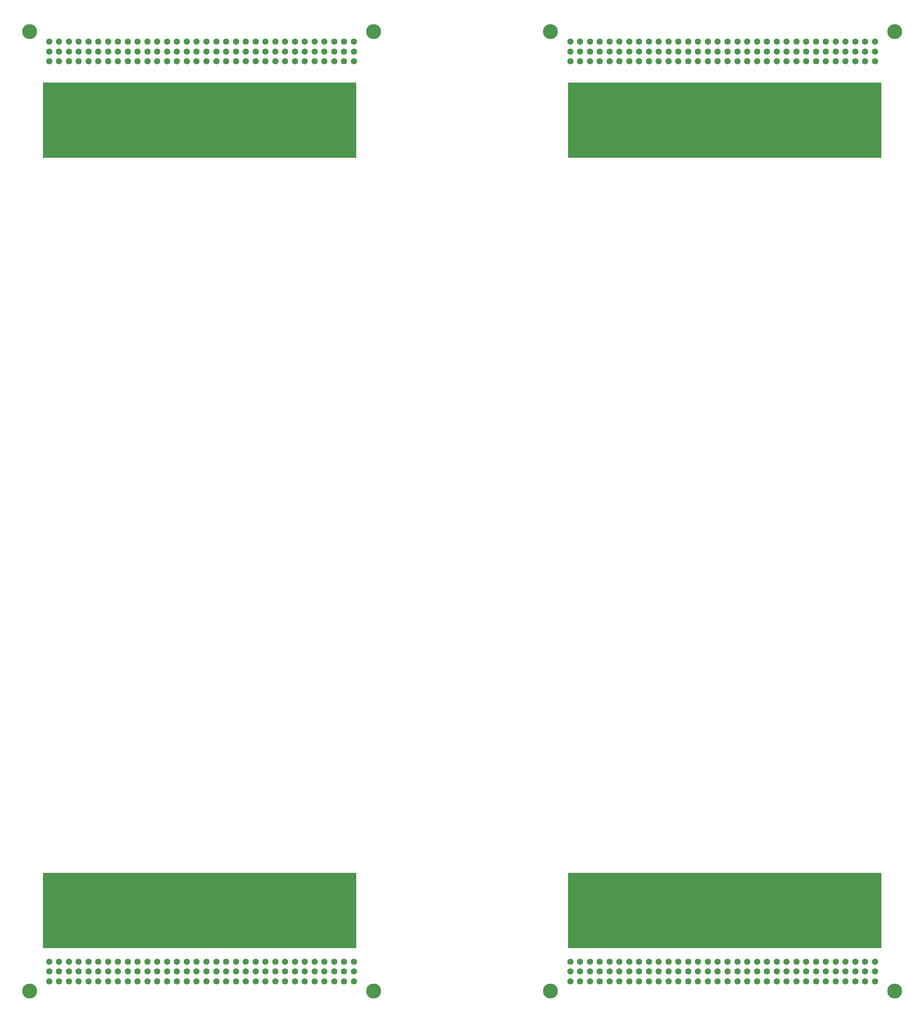
<source format=gbr>
%TF.GenerationSoftware,KiCad,Pcbnew,7.0.1*%
%TF.CreationDate,2023-10-18T00:44:07+03:00*%
%TF.ProjectId,turbo_86m_extender_board,74757262-6f5f-4383-966d-5f657874656e,rev?*%
%TF.SameCoordinates,Original*%
%TF.FileFunction,Soldermask,Top*%
%TF.FilePolarity,Negative*%
%FSLAX46Y46*%
G04 Gerber Fmt 4.6, Leading zero omitted, Abs format (unit mm)*
G04 Created by KiCad (PCBNEW 7.0.1) date 2023-10-18 00:44:07*
%MOMM*%
%LPD*%
G01*
G04 APERTURE LIST*
%ADD10C,0.150000*%
%ADD11C,3.800000*%
%ADD12C,1.600000*%
G04 APERTURE END LIST*
D10*
X9500000Y-15500000D02*
X89000000Y-15500000D01*
X89000000Y-34500000D01*
X9500000Y-34500000D01*
X9500000Y-15500000D01*
G36*
X9500000Y-15500000D02*
G01*
X89000000Y-15500000D01*
X89000000Y-34500000D01*
X9500000Y-34500000D01*
X9500000Y-15500000D01*
G37*
X143000000Y-15500000D02*
X222500000Y-15500000D01*
X222500000Y-34500000D01*
X143000000Y-34500000D01*
X143000000Y-15500000D01*
G36*
X143000000Y-15500000D02*
G01*
X222500000Y-15500000D01*
X222500000Y-34500000D01*
X143000000Y-34500000D01*
X143000000Y-15500000D01*
G37*
X143000000Y-216500000D02*
X222500000Y-216500000D01*
X222500000Y-235500000D01*
X143000000Y-235500000D01*
X143000000Y-216500000D01*
G36*
X143000000Y-216500000D02*
G01*
X222500000Y-216500000D01*
X222500000Y-235500000D01*
X143000000Y-235500000D01*
X143000000Y-216500000D01*
G37*
X9500000Y-216500000D02*
X89000000Y-216500000D01*
X89000000Y-235500000D01*
X9500000Y-235500000D01*
X9500000Y-216500000D01*
G36*
X9500000Y-216500000D02*
G01*
X89000000Y-216500000D01*
X89000000Y-235500000D01*
X9500000Y-235500000D01*
X9500000Y-216500000D01*
G37*
D11*
%TO.C,D2*%
X6000000Y-246500000D03*
X93500000Y-246500000D03*
D12*
X88500000Y-244000000D03*
X86000000Y-244000000D03*
X83500000Y-244000000D03*
X81000000Y-244000000D03*
X78500000Y-244000000D03*
X76000000Y-244000000D03*
X73500000Y-244000000D03*
X71000000Y-244000000D03*
X68500000Y-244000000D03*
X66000000Y-244000000D03*
X63500000Y-244000000D03*
X61000000Y-244000000D03*
X58500000Y-244000000D03*
X56000000Y-244000000D03*
X53500000Y-244000000D03*
X51000000Y-244000000D03*
X48500000Y-244000000D03*
X46000000Y-244000000D03*
X43500000Y-244000000D03*
X41000000Y-244000000D03*
X38500000Y-244000000D03*
X36000000Y-244000000D03*
X33500000Y-244000000D03*
X31000000Y-244000000D03*
X28500000Y-244000000D03*
X26000000Y-244000000D03*
X23500000Y-244000000D03*
X21000000Y-244000000D03*
X18500000Y-244000000D03*
X16000000Y-244000000D03*
X13500000Y-244000000D03*
X11000000Y-244000000D03*
X88500000Y-241500000D03*
X86000000Y-241500000D03*
X83500000Y-241500000D03*
X81000000Y-241500000D03*
X78500000Y-241500000D03*
X76000000Y-241500000D03*
X73500000Y-241500000D03*
X71000000Y-241500000D03*
X68500000Y-241500000D03*
X66000000Y-241500000D03*
X63500000Y-241500000D03*
X61000000Y-241500000D03*
X58500000Y-241500000D03*
X56000000Y-241500000D03*
X53500000Y-241500000D03*
X51000000Y-241500000D03*
X48500000Y-241500000D03*
X46000000Y-241500000D03*
X43500000Y-241500000D03*
X41000000Y-241500000D03*
X38500000Y-241500000D03*
X36000000Y-241500000D03*
X33500000Y-241500000D03*
X31000000Y-241500000D03*
X28500000Y-241500000D03*
X26000000Y-241500000D03*
X23500000Y-241500000D03*
X21000000Y-241500000D03*
X18500000Y-241500000D03*
X16000000Y-241500000D03*
X13500000Y-241500000D03*
X11000000Y-241500000D03*
X88500000Y-239000000D03*
X86000000Y-239000000D03*
X83500000Y-239000000D03*
X81000000Y-239000000D03*
X78500000Y-239000000D03*
X76000000Y-239000000D03*
X73500000Y-239000000D03*
X71000000Y-239000000D03*
X68500000Y-239000000D03*
X66000000Y-239000000D03*
X63500000Y-239000000D03*
X61000000Y-239000000D03*
X58500000Y-239000000D03*
X56000000Y-239000000D03*
X53500000Y-239000000D03*
X51000000Y-239000000D03*
X48500000Y-239000000D03*
X46000000Y-239000000D03*
X43500000Y-239000000D03*
X41000000Y-239000000D03*
X38500000Y-239000000D03*
X36000000Y-239000000D03*
X33500000Y-239000000D03*
X31000000Y-239000000D03*
X28500000Y-239000000D03*
X26000000Y-239000000D03*
X23500000Y-239000000D03*
X21000000Y-239000000D03*
X18500000Y-239000000D03*
X16000000Y-239000000D03*
X13500000Y-239000000D03*
X11000000Y-239000000D03*
%TD*%
D11*
%TO.C,D4*%
X138500000Y-246500000D03*
X226000000Y-246500000D03*
D12*
X221000000Y-244000000D03*
X218500000Y-244000000D03*
X216000000Y-244000000D03*
X213500000Y-244000000D03*
X211000000Y-244000000D03*
X208500000Y-244000000D03*
X206000000Y-244000000D03*
X203500000Y-244000000D03*
X201000000Y-244000000D03*
X198500000Y-244000000D03*
X196000000Y-244000000D03*
X193500000Y-244000000D03*
X191000000Y-244000000D03*
X188500000Y-244000000D03*
X186000000Y-244000000D03*
X183500000Y-244000000D03*
X181000000Y-244000000D03*
X178500000Y-244000000D03*
X176000000Y-244000000D03*
X173500000Y-244000000D03*
X171000000Y-244000000D03*
X168500000Y-244000000D03*
X166000000Y-244000000D03*
X163500000Y-244000000D03*
X161000000Y-244000000D03*
X158500000Y-244000000D03*
X156000000Y-244000000D03*
X153500000Y-244000000D03*
X151000000Y-244000000D03*
X148500000Y-244000000D03*
X146000000Y-244000000D03*
X143500000Y-244000000D03*
X221000000Y-241500000D03*
X218500000Y-241500000D03*
X216000000Y-241500000D03*
X213500000Y-241500000D03*
X211000000Y-241500000D03*
X208500000Y-241500000D03*
X206000000Y-241500000D03*
X203500000Y-241500000D03*
X201000000Y-241500000D03*
X198500000Y-241500000D03*
X196000000Y-241500000D03*
X193500000Y-241500000D03*
X191000000Y-241500000D03*
X188500000Y-241500000D03*
X186000000Y-241500000D03*
X183500000Y-241500000D03*
X181000000Y-241500000D03*
X178500000Y-241500000D03*
X176000000Y-241500000D03*
X173500000Y-241500000D03*
X171000000Y-241500000D03*
X168500000Y-241500000D03*
X166000000Y-241500000D03*
X163500000Y-241500000D03*
X161000000Y-241500000D03*
X158500000Y-241500000D03*
X156000000Y-241500000D03*
X153500000Y-241500000D03*
X151000000Y-241500000D03*
X148500000Y-241500000D03*
X146000000Y-241500000D03*
X143500000Y-241500000D03*
X221000000Y-239000000D03*
X218500000Y-239000000D03*
X216000000Y-239000000D03*
X213500000Y-239000000D03*
X211000000Y-239000000D03*
X208500000Y-239000000D03*
X206000000Y-239000000D03*
X203500000Y-239000000D03*
X201000000Y-239000000D03*
X198500000Y-239000000D03*
X196000000Y-239000000D03*
X193500000Y-239000000D03*
X191000000Y-239000000D03*
X188500000Y-239000000D03*
X186000000Y-239000000D03*
X183500000Y-239000000D03*
X181000000Y-239000000D03*
X178500000Y-239000000D03*
X176000000Y-239000000D03*
X173500000Y-239000000D03*
X171000000Y-239000000D03*
X168500000Y-239000000D03*
X166000000Y-239000000D03*
X163500000Y-239000000D03*
X161000000Y-239000000D03*
X158500000Y-239000000D03*
X156000000Y-239000000D03*
X153500000Y-239000000D03*
X151000000Y-239000000D03*
X148500000Y-239000000D03*
X146000000Y-239000000D03*
X143500000Y-239000000D03*
%TD*%
D11*
%TO.C,D1*%
X93500000Y-2500000D03*
X6000000Y-2500000D03*
D12*
X11000000Y-5000000D03*
X13500000Y-5000000D03*
X16000000Y-5000000D03*
X18500000Y-5000000D03*
X21000000Y-5000000D03*
X23500000Y-5000000D03*
X26000000Y-5000000D03*
X28500000Y-5000000D03*
X31000000Y-5000000D03*
X33500000Y-5000000D03*
X36000000Y-5000000D03*
X38500000Y-5000000D03*
X41000000Y-5000000D03*
X43500000Y-5000000D03*
X46000000Y-5000000D03*
X48500000Y-5000000D03*
X51000000Y-5000000D03*
X53500000Y-5000000D03*
X56000000Y-5000000D03*
X58500000Y-5000000D03*
X61000000Y-5000000D03*
X63500000Y-5000000D03*
X66000000Y-5000000D03*
X68500000Y-5000000D03*
X71000000Y-5000000D03*
X73500000Y-5000000D03*
X76000000Y-5000000D03*
X78500000Y-5000000D03*
X81000000Y-5000000D03*
X83500000Y-5000000D03*
X86000000Y-5000000D03*
X88500000Y-5000000D03*
X11000000Y-7500000D03*
X13500000Y-7500000D03*
X16000000Y-7500000D03*
X18500000Y-7500000D03*
X21000000Y-7500000D03*
X23500000Y-7500000D03*
X26000000Y-7500000D03*
X28500000Y-7500000D03*
X31000000Y-7500000D03*
X33500000Y-7500000D03*
X36000000Y-7500000D03*
X38500000Y-7500000D03*
X41000000Y-7500000D03*
X43500000Y-7500000D03*
X46000000Y-7500000D03*
X48500000Y-7500000D03*
X51000000Y-7500000D03*
X53500000Y-7500000D03*
X56000000Y-7500000D03*
X58500000Y-7500000D03*
X61000000Y-7500000D03*
X63500000Y-7500000D03*
X66000000Y-7500000D03*
X68500000Y-7500000D03*
X71000000Y-7500000D03*
X73500000Y-7500000D03*
X76000000Y-7500000D03*
X78500000Y-7500000D03*
X81000000Y-7500000D03*
X83500000Y-7500000D03*
X86000000Y-7500000D03*
X88500000Y-7500000D03*
X11000000Y-10000000D03*
X13500000Y-10000000D03*
X16000000Y-10000000D03*
X18500000Y-10000000D03*
X21000000Y-10000000D03*
X23500000Y-10000000D03*
X26000000Y-10000000D03*
X28500000Y-10000000D03*
X31000000Y-10000000D03*
X33500000Y-10000000D03*
X36000000Y-10000000D03*
X38500000Y-10000000D03*
X41000000Y-10000000D03*
X43500000Y-10000000D03*
X46000000Y-10000000D03*
X48500000Y-10000000D03*
X51000000Y-10000000D03*
X53500000Y-10000000D03*
X56000000Y-10000000D03*
X58500000Y-10000000D03*
X61000000Y-10000000D03*
X63500000Y-10000000D03*
X66000000Y-10000000D03*
X68500000Y-10000000D03*
X71000000Y-10000000D03*
X73500000Y-10000000D03*
X76000000Y-10000000D03*
X78500000Y-10000000D03*
X81000000Y-10000000D03*
X83500000Y-10000000D03*
X86000000Y-10000000D03*
X88500000Y-10000000D03*
%TD*%
D11*
%TO.C,D3*%
X226000000Y-2500000D03*
X138500000Y-2500000D03*
D12*
X143500000Y-5000000D03*
X146000000Y-5000000D03*
X148500000Y-5000000D03*
X151000000Y-5000000D03*
X153500000Y-5000000D03*
X156000000Y-5000000D03*
X158500000Y-5000000D03*
X161000000Y-5000000D03*
X163500000Y-5000000D03*
X166000000Y-5000000D03*
X168500000Y-5000000D03*
X171000000Y-5000000D03*
X173500000Y-5000000D03*
X176000000Y-5000000D03*
X178500000Y-5000000D03*
X181000000Y-5000000D03*
X183500000Y-5000000D03*
X186000000Y-5000000D03*
X188500000Y-5000000D03*
X191000000Y-5000000D03*
X193500000Y-5000000D03*
X196000000Y-5000000D03*
X198500000Y-5000000D03*
X201000000Y-5000000D03*
X203500000Y-5000000D03*
X206000000Y-5000000D03*
X208500000Y-5000000D03*
X211000000Y-5000000D03*
X213500000Y-5000000D03*
X216000000Y-5000000D03*
X218500000Y-5000000D03*
X221000000Y-5000000D03*
X143500000Y-7500000D03*
X146000000Y-7500000D03*
X148500000Y-7500000D03*
X151000000Y-7500000D03*
X153500000Y-7500000D03*
X156000000Y-7500000D03*
X158500000Y-7500000D03*
X161000000Y-7500000D03*
X163500000Y-7500000D03*
X166000000Y-7500000D03*
X168500000Y-7500000D03*
X171000000Y-7500000D03*
X173500000Y-7500000D03*
X176000000Y-7500000D03*
X178500000Y-7500000D03*
X181000000Y-7500000D03*
X183500000Y-7500000D03*
X186000000Y-7500000D03*
X188500000Y-7500000D03*
X191000000Y-7500000D03*
X193500000Y-7500000D03*
X196000000Y-7500000D03*
X198500000Y-7500000D03*
X201000000Y-7500000D03*
X203500000Y-7500000D03*
X206000000Y-7500000D03*
X208500000Y-7500000D03*
X211000000Y-7500000D03*
X213500000Y-7500000D03*
X216000000Y-7500000D03*
X218500000Y-7500000D03*
X221000000Y-7500000D03*
X143500000Y-10000000D03*
X146000000Y-10000000D03*
X148500000Y-10000000D03*
X151000000Y-10000000D03*
X153500000Y-10000000D03*
X156000000Y-10000000D03*
X158500000Y-10000000D03*
X161000000Y-10000000D03*
X163500000Y-10000000D03*
X166000000Y-10000000D03*
X168500000Y-10000000D03*
X171000000Y-10000000D03*
X173500000Y-10000000D03*
X176000000Y-10000000D03*
X178500000Y-10000000D03*
X181000000Y-10000000D03*
X183500000Y-10000000D03*
X186000000Y-10000000D03*
X188500000Y-10000000D03*
X191000000Y-10000000D03*
X193500000Y-10000000D03*
X196000000Y-10000000D03*
X198500000Y-10000000D03*
X201000000Y-10000000D03*
X203500000Y-10000000D03*
X206000000Y-10000000D03*
X208500000Y-10000000D03*
X211000000Y-10000000D03*
X213500000Y-10000000D03*
X216000000Y-10000000D03*
X218500000Y-10000000D03*
X221000000Y-10000000D03*
%TD*%
M02*

</source>
